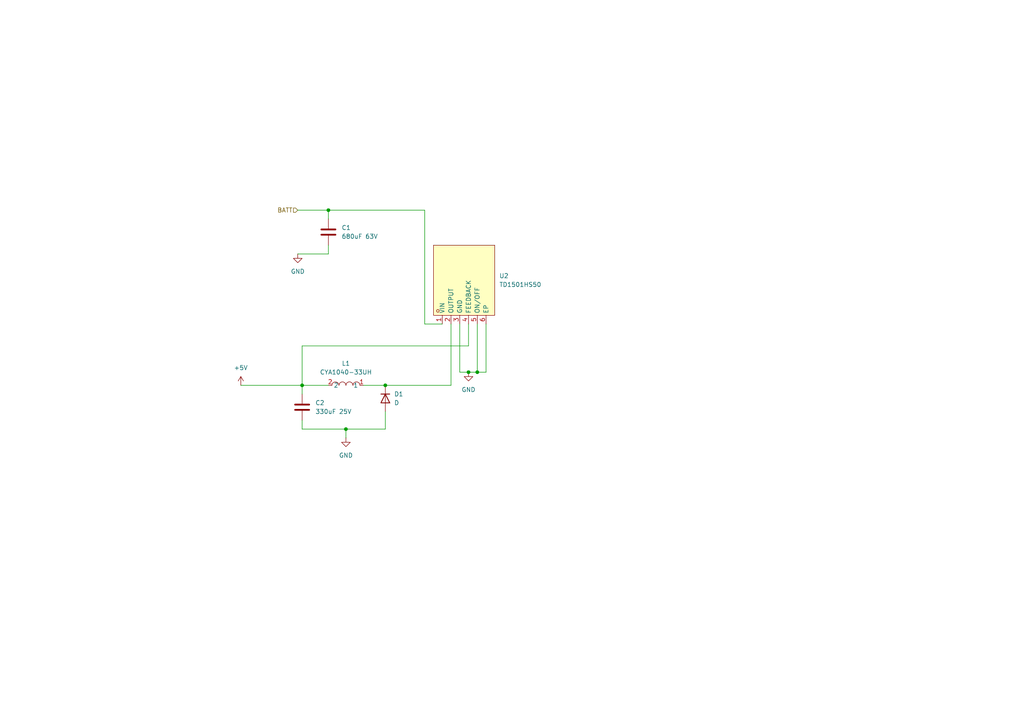
<source format=kicad_sch>
(kicad_sch (version 20250114) (generator "eeschema") (generator_version "9.0")
  (paper "A4")
  (title_block (rev "3"))
  (lib_symbols
    (symbol "Device:C" (pin_numbers (hide yes)) (pin_names (offset 0.254))
      (property "Reference" "C" (at 0.635 2.54 0))
      (property "Value" "C" (at 0.635 -2.54 0))
      (symbol "C_0_1"
        (polyline (pts (xy -2.032 0.762) (xy 2.032 0.762)) (stroke (width 0.508)))
        (polyline (pts (xy -2.032 -0.762) (xy 2.032 -0.762)) (stroke (width 0.508)))
      )
      (symbol "C_1_1"
        (pin passive line (at 0 3.81 270) (length 2.794) (name "~") (number "1"))
        (pin passive line (at 0 -3.81 90) (length 2.794) (name "~") (number "2"))
      )
    )
    (symbol "Device:D" (pin_numbers (hide yes)) (pin_names (offset 1.016) (hide yes))
      (property "Reference" "D" (at 0 2.54 0))
      (property "Value" "D" (at 0 -2.54 0))
      (symbol "D_0_1"
        (polyline (pts (xy -1.27 1.27) (xy -1.27 -1.27)) (stroke (width 0.254)))
        (polyline (pts (xy 1.27 1.27) (xy 1.27 -1.27) (xy -1.27 0) (xy 1.27 1.27)) (stroke (width 0.254)))
        (polyline (pts (xy 1.27 0) (xy -1.27 0)))
      )
      (symbol "D_1_1"
        (pin passive line (at -3.81 0 0) (length 2.54) (name "K") (number "1"))
        (pin passive line (at 3.81 0 180) (length 2.54) (name "A") (number "2"))
      )
    )
    (symbol "easyeda2kicad:CYA1040-33UH"
      (property "Reference" "L" (at 0 5.08 0))
      (property "Value" "CYA1040-33UH" (at 0 -5.08 0))
      (symbol "CYA1040-33UH_0_1"
        (arc (start -2.03 0.01) (mid -3.0352 -0.9944) (end -4.06 -0.01))
        (arc (start 0 0.01) (mid -1.0052 -0.9944) (end -2.03 -0.01))
        (arc (start 2.03 0.01) (mid 1.0247 -0.9854) (end 0 -0.01))
        (arc (start 4.06 0.01) (mid 3.0547 -0.9854) (end 2.03 -0.01))
        (pin unspecified line (at -5.08 0 0) (length 1.016) (name "1") (number "1"))
        (pin unspecified line (at 5.08 0 180) (length 1.016) (name "2") (number "2"))
      )
    )
    (symbol "easyeda2kicad:TD1501HS50"
      (property "Reference" "U" (at 0 11.43 0))
      (property "Value" "TD1501HS50" (at 0 -11.43 0))
      (symbol "TD1501HS50_0_1"
        (rectangle (start -8.89 8.89) (end 11.43 -8.89) (fill (type background)))
        (circle (center -7.62 7.62) (radius 0.38))
        (pin unspecified line (at -11.43 6.35 0) (length 2.54) (name "VIN") (number "1"))
        (pin unspecified line (at -11.43 3.81 0) (length 2.54) (name "OUTPUT") (number "2"))
        (pin unspecified line (at -11.43 1.27 0) (length 2.54) (name "GND") (number "3"))
        (pin unspecified line (at -11.43 -1.27 0) (length 2.54) (name "FEEDBACK") (number "4"))
        (pin unspecified line (at -11.43 -3.81 0) (length 2.54) (name "ON/OFF") (number "5"))
        (pin unspecified line (at -11.43 -6.35 0) (length 2.54) (name "EP") (number "6"))
      )
    )
    (symbol "power:+5V" (power) (pin_numbers (hide yes)) (pin_names (offset 0) (hide yes))
      (property "Value" "+5V" (at 0 3.556 0))
      (symbol "+5V_0_1"
        (polyline (pts (xy -0.762 1.27) (xy 0 2.54)))
        (polyline (pts (xy 0 2.54) (xy 0.762 1.27)))
        (polyline (pts (xy 0 0) (xy 0 2.54)))
      )
      (symbol "+5V_1_1"
        (pin power_in line (at 0 0 90) (length 0) (name "~") (number "1"))
      )
    )
    (symbol "power:GND" (power) (pin_numbers (hide yes)) (pin_names (offset 0) (hide yes))
      (property "Value" "GND" (at 0 -3.81 0))
      (symbol "GND_0_1"
        (polyline (pts (xy 0 0) (xy 0 -1.27) (xy 1.27 -1.27) (xy 0 -2.54) (xy -1.27 -1.27) (xy 0 -1.27)))
      )
      (symbol "GND_1_1"
        (pin power_in line (at 0 0 270) (length 0) (name "~") (number "1"))
      )
    )
  )
  (junction (at 135.89 107.95))
  (junction (at 95.25 60.96))
  (junction (at 100.33 124.46))
  (junction (at 138.43 107.95))
  (junction (at 111.76 111.76))
  (junction (at 87.63 111.76))
  (wire (pts (xy 95.25 73.66) (xy 95.25 71.12)))
  (wire (pts (xy 87.63 121.92) (xy 87.63 124.46)))
  (wire (pts (xy 140.97 107.95) (xy 138.43 107.95)))
  (wire (pts (xy 87.63 114.3) (xy 87.63 111.76)))
  (wire (pts (xy 86.36 60.96) (xy 95.25 60.96)))
  (wire (pts (xy 87.63 100.33) (xy 87.63 111.76)))
  (wire (pts (xy 69.85 111.76) (xy 87.63 111.76)))
  (wire (pts (xy 111.76 124.46) (xy 111.76 119.38)))
  (wire (pts (xy 87.63 111.76) (xy 95.25 111.76)))
  (wire (pts (xy 100.33 124.46) (xy 100.33 127)))
  (wire (pts (xy 87.63 124.46) (xy 100.33 124.46)))
  (wire (pts (xy 95.25 60.96) (xy 95.25 63.5)))
  (wire (pts (xy 123.19 60.96) (xy 123.19 93.98)))
  (wire (pts (xy 86.36 73.66) (xy 95.25 73.66)))
  (wire (pts (xy 95.25 60.96) (xy 123.19 60.96)))
  (wire (pts (xy 130.81 93.98) (xy 130.81 111.76)))
  (wire (pts (xy 140.97 93.98) (xy 140.97 107.95)))
  (wire (pts (xy 138.43 107.95) (xy 135.89 107.95)))
  (wire (pts (xy 123.19 93.98) (xy 128.27 93.98)))
  (wire (pts (xy 100.33 124.46) (xy 111.76 124.46)))
  (wire (pts (xy 130.81 111.76) (xy 111.76 111.76)))
  (wire (pts (xy 135.89 100.33) (xy 87.63 100.33)))
  (wire (pts (xy 133.35 107.95) (xy 135.89 107.95)))
  (wire (pts (xy 135.89 93.98) (xy 135.89 100.33)))
  (wire (pts (xy 138.43 93.98) (xy 138.43 107.95)))
  (wire (pts (xy 105.41 111.76) (xy 111.76 111.76)))
  (wire (pts (xy 133.35 93.98) (xy 133.35 107.95)))
  (hierarchical_label "BATT" (shape input) (at 86.36 60.96 180))
  (symbol (lib_id "Device:C") (at 87.63 118.11 0) (unit 1)
    (property "Reference" "C2" (at 91.44 116.8399 0) (effects (justify left)))
    (property "Value" "330uF 25V" (at 91.44 119.3799 0) (effects (justify left)))
    (property "Footprint" "Capacitor_THT:CP_Radial_D8.0mm_P3.50mm" (effects (hide yes)))
    (property "Description" "Unpolarized capacitor" (effects (hide yes)))
  )
  (symbol (lib_id "power:GND") (at 135.89 107.95 0) (unit 1)
    (property "Reference" "#PWR018" (effects (hide yes)))
    (property "Value" "GND" (at 135.89 113.03 0))
    (property "Description" "Power symbol creates a global label with name \"GND\" , ground" (effects (hide yes)))
  )
  (symbol (lib_id "Device:D") (at 111.76 115.57 270) (unit 1)
    (property "Reference" "D1" (at 114.3 114.2999 90) (effects (justify left)))
    (property "Value" "D" (at 114.3 116.8399 90) (effects (justify left)))
    (property "Footprint" "Diode_SMD:D_SOD-123F" (effects (hide yes)))
    (property "Description" "Diode" (effects (hide yes)))
    (property "Sim.Device" "D" (effects (hide yes)))
    (property "Sim.Pins" "1=K 2=A" (effects (hide yes)))
    (property "LCSC" "C64898" (effects (hide yes)))
  )
  (symbol (lib_id "power:+5V") (at 69.85 111.76 0) (unit 1)
    (property "Reference" "#PWR020" (effects (hide yes)))
    (property "Value" "+5V" (at 69.85 106.68 0))
    (property "Description" "Power symbol creates a global label with name \"+5V\"" (effects (hide yes)))
  )
  (symbol (lib_id "Device:C") (at 95.25 67.31 0) (unit 1)
    (property "Reference" "C1" (at 99.06 66.0399 0) (effects (justify left)))
    (property "Value" "680uF 63V" (at 99.06 68.5799 0) (effects (justify left)))
    (property "Footprint" "Capacitor_THT:CP_Radial_D12.5mm_P5.00mm" (effects (hide yes)))
    (property "Description" "Unpolarized capacitor" (effects (hide yes)))
  )
  (symbol (lib_id "power:GND") (at 100.33 127 0) (unit 1)
    (property "Reference" "#PWR019" (effects (hide yes)))
    (property "Value" "GND" (at 100.33 132.08 0))
    (property "Description" "Power symbol creates a global label with name \"GND\" , ground" (effects (hide yes)))
  )
  (symbol (lib_id "easyeda2kicad:TD1501HS50") (at 134.62 82.55 90) (unit 1)
    (property "Reference" "U2" (at 144.78 80.0099 90) (effects (justify right)))
    (property "Value" "TD1501HS50" (at 144.78 82.5499 90) (effects (justify right)))
    (property "Footprint" "easyeda2kicad:PG-TO-263-5_L10.2-W8.7-P1.70-LS14.4-BR" (effects (hide yes)))
    (property "Datasheet" "https://lcsc.com/product-detail/DC-DC-Converters_Techcode_TD1501HS50_TD1501HS50_C134490.html" (effects (hide yes)))
    (property "LCSC Part" "C134490" (effects (hide yes)))
  )
  (symbol (lib_id "easyeda2kicad:CYA1040-33UH") (at 100.33 111.76 180) (unit 1)
    (property "Reference" "L1" (at 100.33 105.41 0))
    (property "Value" "CYA1040-33UH" (at 100.33 107.95 0))
    (property "Footprint" "easyeda2kicad:IND-SMD_L11.6-W10.1" (effects (hide yes)))
    (property "LCSC Part" "C6364680" (effects (hide yes)))
  )
  (symbol (lib_id "power:GND") (at 86.36 73.66 0) (unit 1)
    (property "Reference" "#PWR017" (effects (hide yes)))
    (property "Value" "GND" (at 86.36 78.74 0))
    (property "Description" "Power symbol creates a global label with name \"GND\" , ground" (effects (hide yes)))
  )
)
</source>
